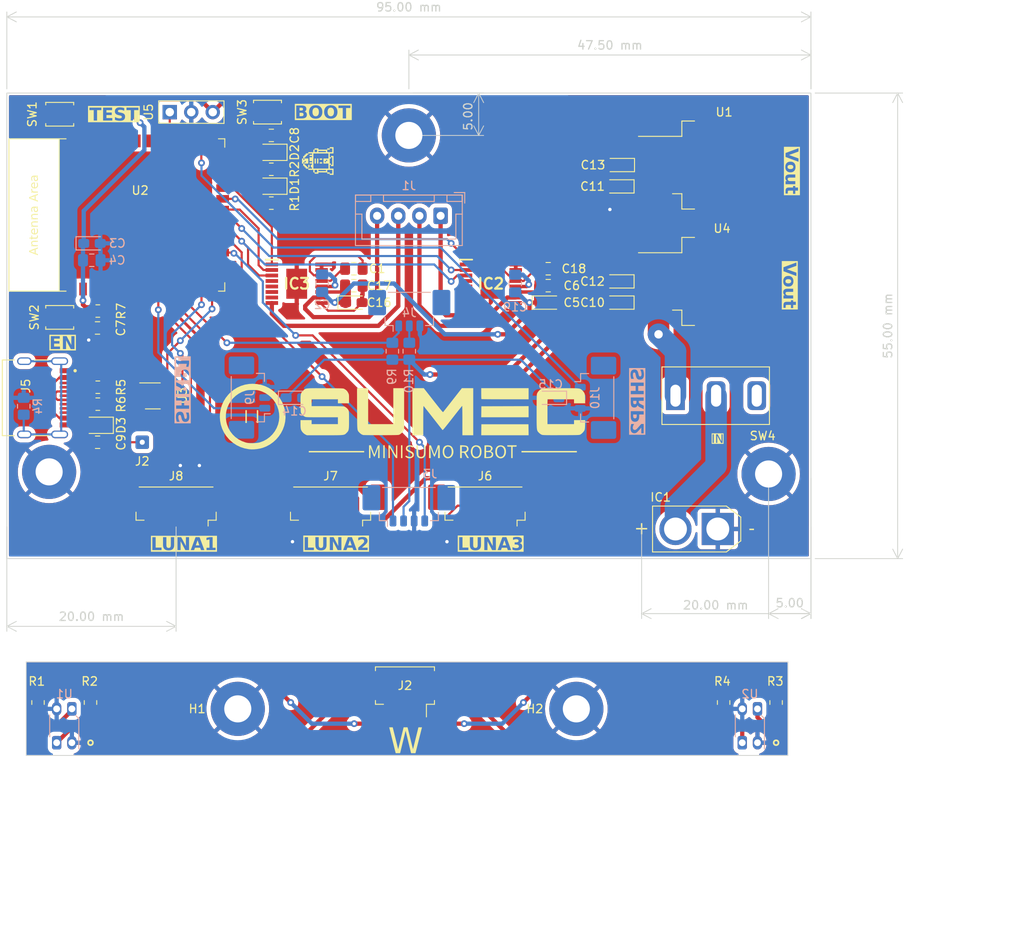
<source format=kicad_pcb>
(kicad_pcb (version 20221018) (generator pcbnew)
  (layers (0 "F.Cu" signal) (31 "B.Cu" signal) (34 "B.Paste" user) (35 "F.Paste" user) (36 "B.SilkS" user "B.Silkscreen") (37 "F.SilkS" user "F.Silkscreen") (38 "B.Mask" user) (39 "F.Mask" user) (44 "Edge.Cuts" user))
  (net 0 "")
  (net 1 "Net-(U1-A)")
  (net 2 "+3V3")
  (net 3 "QRE1113 A")
  (net 4 "Net-(U2-A)")
  (net 5 "QRE1113 B")
  (net 6 "GND")
  (footprint "MountingHole:MountingHole_3.2mm_M3_Pad" (layer "F.Cu") (at 117.25 114)
    (fp_text reference "H1")
    (fp_text value "M3")
  )
  (footprint "Resistor_SMD:R_0805_2012Metric_Pad1.20x1.40mm_HandSolder" (layer "F.Cu") (at 180.85 113.25 90)
    (fp_text reference "R3")
    (fp_text value "100")
  )
  (footprint "Connector_Molex:Molex_PicoBlade_53398-0671_1x06-1MP_P1.25mm_Vertical" (layer "F.Cu") (at 109.9625 90.5 180)
    (fp_text reference "J8")
    (fp_text value "Conn_01x06_Pin" hide)
  )
  (footprint "LED_SMD:LED_0805_2012Metric_Pad1.15x1.40mm_HandSolder" (layer "F.Cu") (at 121.2125 48.25 180)
    (fp_text reference "D2")
    (fp_text value "LED" hide)
  )
  (footprint "Resistor_SMD:R_0805_2012Metric_Pad1.20x1.40mm_HandSolder" (layer "F.Cu") (at 121.2125 54.25 180)
    (fp_text reference "R1")
    (fp_text value "220" hide)
  )
  (footprint "sumec-smdV2_library:DRV8874" (layer "F.Cu") (at 147.1505 63.775)
    (fp_text reference "IC2")
    (fp_text value "DRV8874PWPR" hide)
  )
  (footprint "Capacitor_SMD:C_0805_2012Metric_Pad1.18x1.45mm_HandSolder" (layer "F.Cu") (at 153.925 62 180)
    (fp_text reference "C18")
    (fp_text value "22nF.hb" hide)
  )
  (footprint "Package_TO_SOT_SMD:TO-263-3_TabPin2" (layer "F.Cu") (at 174.5375 49.75)
    (fp_text reference "U1")
    (fp_text value "LM1084-3.3" hide)
  )
  (footprint "sumec-smdV2_library:R2D2" (layer "F.Cu") (at 126.7125 49.25 90)
    (fp_text reference "R3" hide)
    (fp_text value "R" hide)
  )
  (footprint "sumec-smdV2_library:USB_Type_C" (layer "F.Cu") (at 92.0325 77.25 -90)
    (fp_text reference "J5")
    (fp_text value "TYPE-C-31-M-12" hide)
  )
  (footprint "MountingHole:MountingHole_3.2mm_M3_Pad" (layer "F.Cu") (at 94.9625 86)
    (fp_text reference "H1" hide)
    (fp_text value "MountingHole_Pad" hide)
  )
  (footprint "Connector_Molex:Molex_PicoBlade_53398-0671_1x06-1MP_P1.25mm_Vertical" (layer "F.Cu") (at 146.4625 90.5 180)
    (fp_text reference "J6")
    (fp_text value "Conn_01x06_Pin" hide)
  )
  (footprint "Resistor_SMD:R_0805_2012Metric_Pad1.20x1.40mm_HandSolder" (layer "F.Cu") (at 100.7125 67 180)
    (fp_text reference "R7")
    (fp_text value "10k.mcu" hide)
  )
  (footprint "Diode_SMD:D_0805_2012Metric_Pad1.15x1.40mm_HandSolder" (layer "F.Cu") (at 100.6875 80.5 180)
    (fp_text reference "D3")
    (fp_text value "D_Schottky" hide)
  )
  (footprint "LED_SMD:LED_0805_2012Metric_Pad1.15x1.40mm_HandSolder" (layer "F.Cu") (at 121.2125 52.25 180)
    (fp_text reference "D1")
    (fp_text value "LED" hide)
  )
  (footprint "MountingHole:MountingHole_3.2mm_M3_Pad" (layer "F.Cu") (at 157.25 114)
    (fp_text reference "H2")
    (fp_text value "M3")
  )
  (footprint "Button_Switch_SMD:SW_SPST_B3U-1000P" (layer "F.Cu") (at 96.2125 67.75)
    (fp_text reference "SW2")
    (fp_text value "SW_Push" hide)
  )
  (footprint "Connector_Wire:SolderWire-0.1sqmm_1x01_D0.4mm_OD1mm" (layer "F.Cu") (at 105.9625 82.5 90)
    (fp_text reference "J2")
    (fp_text value "Conn_01x01_Pin" hide)
  )
  (footprint "Capacitor_Tantalum_SMD:CP_EIA-2012-12_Kemet-R_Pad1.30x1.05mm_HandSolder" (layer "F.Cu") (at 162.1875 52.275 180)
    (fp_text reference "C11")
    (fp_text value "10uF.stabl" hide)
  )
  (footprint "Capacitor_Tantalum_SMD:CP_EIA-2012-12_Kemet-R_Pad1.30x1.05mm_HandSolder" (layer "F.Cu") (at 153.925 66)
    (fp_text reference "C5")
    (fp_text value "10uF.hb" hide)
  )
  (footprint "Button_Switch_SMD:SW_SPST_B3U-1000P" (layer "F.Cu") (at 120.7625 43.5)
    (fp_text reference "SW3")
    (fp_text value "SW_Push" hide)
  )
  (footprint "Capacitor_SMD:C_0805_2012Metric_Pad1.18x1.45mm_HandSolder" (layer "F.Cu") (at 130.9625 64 180)
    (fp_text reference "C17")
    (fp_text value "100nF.hb" hide)
  )
  (footprint "Package_TO_SOT_SMD:TO-263-3_TabPin2" (layer "F.Cu") (at 174.5375 63.5)
    (fp_text reference "U4")
    (fp_text value "LM1084-5.0" hide)
  )
  (footprint "Capacitor_Tantalum_SMD:CP_EIA-2012-12_Kemet-R_Pad1.30x1.05mm_HandSolder" (layer "F.Cu") (at 162.1875 63.5 180)
    (fp_text reference "C12")
    (fp_text value "10uF.stabl" hide)
  )
  (footprint "Resistor_SMD:R_0805_2012Metric_Pad1.20x1.40mm_HandSolder" (layer "F.Cu") (at 174.65 113.25 -90)
    (fp_text reference "R4")
    (fp_text value "10k")
  )
  (footprint "Capacitor_Tantalum_SMD:CP_EIA-2012-12_Kemet-R_Pad1.30x1.05mm_HandSolder" (layer "F.Cu") (at 162.2375 49.75 180)
    (fp_text reference "C13")
    (fp_text value "10uF.stabl" hide)
  )
  (footprint "Resistor_SMD:R_0805_2012Metric_Pad1.20x1.40mm_HandSolder" (layer "F.Cu") (at 121.2125 50.25 180)
    (fp_text reference "R2")
    (fp_text value "220" hide)
  )
  (footprint "Connector_Molex:Molex_PicoBlade_53261-0471_1x04-1MP_P1.25mm_Horizontal" (layer "F.Cu") (at 137 111.75 180)
    (fp_text reference "J2")
    (fp_text value "Conn_01x04_Pin")
  )
  (footprint "Capacitor_SMD:C_0805_2012Metric_Pad1.18x1.45mm_HandSolder" (layer "F.Cu") (at 153.925 64 180)
    (fp_text reference "C6")
    (fp_text value "100nF.hb" hide)
  )
  (footprint "sumec-smdV2_library:TSOP" (layer "F.Cu") (at 109.2125 43.5 90)
    (fp_text reference "U5")
    (fp_text value "TSOP382xx" hide)
  )
  (footprint "Capacitor_Tantalum_SMD:CP_EIA-2012-12_Kemet-R_Pad1.30x1.05mm_HandSolder" (layer "F.Cu") (at 130.9625 66)
    (fp_text reference "C16")
    (fp_text value "10uF.hb" hide)
  )
  (footprint "Resistor_SMD:R_0805_2012Metric_Pad1.20x1.40mm_HandSolder" (layer "F.Cu") (at 93.65 113.25 90)
    (fp_text reference "R1")
    (fp_text value "100")
  )
  (footprint "Capacitor_SMD:C_0805_2012Metric_Pad1.18x1.45mm_HandSolder" (layer "F.Cu") (at 100.6875 82.5 180)
    (fp_text reference "C9")
    (fp_text value "100nF" hide)
  )
  (footprint "sumec-smdV2_library:Logo" (layer "F.Cu") (at 135.824948 80.562642)
    (fp_text reference "R8" hide)
    (fp_text value "R" hide)
  )
  (footprint "Capacitor_Tantalum_SMD:CP_EIA-2012-12_Kemet-R_Pad1.30x1.05mm_HandSolder" (layer "F.Cu") (at 162.1875 66 180)
    (fp_text reference "C10")
    (fp_text value "10uF.stabl" hide)
  )
  (footprint "Capacitor_SMD:C_0805_2012Metric_Pad1.18x1.45mm_HandSolder" (layer "F.Cu") (at 130.9625 62 180)
    (fp_text reference "C1")
    (fp_text value "22nF.hb" hide)
  )
  (footprint "Resistor_SMD:R_0805_2012Metric_Pad1.20x1.40mm_HandSolder" (layer "F.Cu") (at 100.7125 76)
    (fp_text reference "R5")
    (fp_text value "15R" hide)
  )
  (footprint "Capacitor_SMD:C_0805_2012Metric_Pad1.18x1.45mm_HandSolder" (layer "F.Cu") (at 121.2125 46.25 180)
    (fp_text reference "C8")
    (fp_text value "100nF.boot" hide)
  )
  (footprint "MountingHole:MountingHole_3.2mm_M3_Pad" (layer "F.Cu") (at 179.9625 86.25 180)
    (fp_text reference "H2" hide)
    (fp_text value "MountingHole_Pad" hide)
  )
  (footprint "sumec-smdV2_library:XT30U-M_1x02_P5.0mm_Vertical" (layer "F.Cu") (at 173.9625 92.75 180)
    (fp_text reference "IC1")
    (fp_text value "XT30U-F" hide)
  )
  (footprint "Resistor_SMD:R_0805_2012Metric_Pad1.20x1.40mm_HandSolder" (layer "F.Cu") (at 100.7125 78)
    (fp_text reference "R6")
    (fp_text value "15R" hide)
  )
  (footprint "Button_Switch_SMD:SW_SPST_B3U-1000P" (layer "F.Cu") (at 96.2125 43.75 180)
    (fp_text reference "SW1")
    (fp_text value "SW_Push" hide)
  )
  (footprint "MountingHole:MountingHole_3.2mm_M3_Pad" (layer "F.Cu") (at 137.4625 46.25 180)
    (fp_text reference "H3" hide)
    (fp_text value "MountingHole_Pad" hide)
  )
  (footprint "Package_TO_SOT_SMD:TSOT-23-6_HandSoldering" (layer "F.Cu") (at 107.2125 77)
    (fp_text reference "U3")
    (fp_text value "USBLC6-2SC6" hide)
  )
  (footprint "Capacitor_SMD:C_0805_2012Metric_Pad1.18x1.45mm_HandSolder" (layer "F.Cu") (at 100.675 69 180)
    (fp_text reference "C7")
    (fp_text value "100nF.en" hide)
  )
  (footprint "PCM_Espressif:ESP32-S3-WROOM-1" (layer "F.Cu") (at 105.9625 55.65 90)
    (fp_text reference "U2")
    (fp_text value "ESP32-S3-WROOM-1" hide)
  )
  (footprint "sumec-smdV2_library:Custom_SPDT_4.8mm_Switch" (layer "F.Cu") (at 173.7625 77 90)
    (fp_text reference "SW4")
    (fp_text value "SW_DPDT_x2" hide)
  )
  (footprint "Resistor_SMD:R_0805_2012Metric_Pad1.20x1.40mm_HandSolder" (layer "F.Cu") (at 99.85 113.25 -90)
    (fp_text reference "R2")
    (fp_text value "10k")
  )
  (footprint "sumec-smdV2_library:DRV8874" (layer "F.Cu") (at 124.2125 63.775)
    (fp_text reference "IC3")
    (fp_text value "DRV8874PWPR" hide)
  )
  (footprint "Connector_Molex:Molex_PicoBlade_53398-0671_1x06-1MP_P1.25mm_Vertical" (layer "F.Cu") (at 128.2125 90.5 180)
    (fp_text reference "J7")
    (fp_text value "Conn_01x06_Pin" hide)
  )
  (footprint "Resistor_SMD:R_0805_2012Metric_Pad1.20x1.40mm_HandSolder" (layer "B.Cu") (at 137.5125 71.75 90)
    (fp_text reference "R10")
    (fp_text value "100" hide)
  )
  (footprint "Capacitor_SMD:C_0805_2012Metric_Pad1.18x1.45mm_HandSolder" (layer "B.Cu") (at 150.0265 63.75 90)
    (fp_text reference "C19")
    (fp_text value "220nF.hb" hide)
  )
  (footprint "qre_miniboard_library:OnSemi_CASE100AQ - QRE1113" (layer "B.Cu") (at 178.65 114 180)
    (fp_text reference "U2")
    (fp_text value "QRE1113" hide)
  )
  (footprint "Capacitor_SMD:C_0805_2012Metric_Pad1.18x1.45mm_HandSolder" (layer "B.Cu") (at 100 61)
    (fp_text reference "C4")
    (fp_text value "100nF.mcu" hide)
  )
  (footprint "qre_miniboard_library:OnSemi_CASE100AQ - QRE1113" (layer "B.Cu") (at 97.65 114 180)
    (fp_text reference "U1")
    (fp_text value "QRE1113" hide)
  )
  (footprint "Capacitor_Tantalum_SMD:CP_EIA-2012-12_Kemet-R_Pad1.30x1.05mm_HandSolder" (layer "B.Cu") (at 154.2125 77.25 180)
    (fp_text reference "C15")
    (fp_text value "10uF.shrp" hide)
  )
  (footprint "Connector_JST:JST_XH_B4B-XH-A_1x04_P2.50mm_Vertical" (layer "B.Cu") (at 141.2125 55.75 180)
    (fp_text reference "J1")
    (fp_text value "Conn_01x04_Pin" hide)
  )
  (footprint "Capacitor_Tantalum_SMD:CP_EIA-2012-12_Kemet-R_Pad1.30x1.05mm_HandSolder" (layer "B.Cu") (at 100.025 59)
    (fp_text reference "C3")
    (fp_text value "10uF.mcu" hide)
  )
  (footprint "Connector_Molex:Molex_PicoBlade_53398-0471_1x04-1MP_P1.25mm_Vertical" (layer "B.Cu") (at 137.4625 90.55)
    (fp_text reference "J3")
    (fp_text value "Conn_01x04_Pin" hide)
  )
  (footprint "Resistor_SMD:R_0805_2012Metric_Pad1.20x1.40mm_HandSolder" (layer "B.Cu") (at 91.9625 78.25 90)
    (fp_text reference "R4")
    (fp_text value "0R" hide)
  )
  (footprint "Resistor_SMD:R_0805_2012Metric_Pad1.20x1.40mm_HandSolder" (layer "B.Cu") (at 135.5125 71.75 90)
    (fp_text reference "R9")
    (fp_text value "10k" hide)
  )
  (footprint "Connector_Molex:Molex_PicoBlade_53398-0371_1x03-1MP_P1.25mm_Vertical" (layer "B.Cu") (at 158.9625 77.25 -90)
    (fp_text reference "J10")
    (fp_text value "Conn_01x03_Pin" hide)
  )
  (footprint "Capacitor_Tantalum_SMD:CP_EIA-2012-12_Kemet-R_Pad1.30x1.05mm_HandSolder" (layer "B.Cu") (at 123.9375 77.25)
    (fp_text reference "C14")
    (fp_text value "10uF.shrp" hide)
  )
  (footprint "Connector_Molex:Molex_PicoBlade_53398-0371_1x03-1MP_P1.25mm_Vertical" (layer "B.Cu") (at 137.5125 67.5)
    (fp_text reference "J4")
    (fp_text value "Conn_01x03_Pin" hide)
  )
  (footprint "Capacitor_SMD:C_0805_2012Metric_Pad1.18x1.45mm_HandSolder" (layer "B.Cu") (at 127.2125 63.7125 90)
    (fp_text reference "C2")
    (fp_text value "220nF.hb" hide)
  )
  (footprint "Connector_Molex:Molex_PicoBlade_53398-0371_1x03-1MP_P1.25mm_Vertical" (layer "B.Cu") (at 119.1875 77.225 90)
    (fp_text reference "J9")
    (fp_text value "Conn_01x03_Pin" hide)
  )
  (gr_circle (center 99.85 118) (end 100.132843 118) (stroke (width 0.2)) (fill none) (layer "F.SilkS"))
  (gr_circle (center 180.85 118) (end 181.132843 118) (stroke (width 0.2)) (fill none) (layer "F.SilkS"))
  (gr_rect (start 89.9625 41.25) (end 184.9625 96.25) (stroke (width 0.1)) (fill none) (layer "Edge.Cuts"))
  (gr_rect (start 92.25 108.45) (end 182.25 119.5) (stroke (width 0.1)) (fill none) (layer "Edge.Cuts"))
  (gr_text "SHRP1" (at 109.7125 80.25 270) (layer "B.SilkS" knockout) (effects (font (size 1.5 1.5) (thickness 0.3) bold) (justify left bottom mirror)))
  (gr_text "SHRP2" (at 165.4625 73.75 90) (layer "B.SilkS" knockout) (effects (font (size 1.5 1.5) (thickness 0.3) bold) (justify left bottom mirror)))
  (gr_text "Vout" (at 181.7125 47.75 -90) (layer "F.SilkS" knockout) (effects (font (size 1.5 1.5) (thickness 0.3) bold) (justify left bottom)))
  (gr_text "LUNA3" (at 143.2125 95.5) (layer "F.SilkS" knockout) (effects (font (size 1.5 1.5) (thickness 0.3) bold) (justify left bottom)))
  (gr_text "TEST" (at 99.7125 44.75) (layer "F.SilkS" knockout) (effects (font (size 1.5 1.5) (thickness 0.3) bold) (justify left bottom)))
  (gr_text "Vout" (at 181.4625 61.25 -90) (layer "F.SilkS" knockout) (effects (font (size 1.5 1.5) (thickness 0.3) bold) (justify left bottom)))
  (gr_text "EN" (at 94.9625 71.75) (layer "F.SilkS" knockout) (effects (font (size 1.5 1.5) (thickness 0.3) bold) (justify left bottom)))
  (gr_text "W" (at 135 119.75) (layer "F.SilkS") (effects (font (size 3 3)) (justify left bottom)))
  (gr_text "LUNA2" (at 124.9625 95.5) (layer "F.SilkS" knockout) (effects (font (size 1.5 1.5) (thickness 0.3) bold) (justify left bottom)))
  (gr_text "LUNA1" (at 106.9625 95.5) (layer "F.SilkS" knockout) (effects (font (size 1.5 1.5) (thickness 0.3) bold) (justify left bottom)))
  (gr_text "BOOT" (at 123.9625 44.5) (layer "F.SilkS" knockout) (effects (font (size 1.5 1.5) (thickness 0.3) bold) (justify left bottom)))
  (dimension (type aligned) (layer "Edge.Cuts") (pts (xy 179.9625 86.25) (xy 184.9625 86.25)) (height 16.5) (gr_text "5.00" (at 182.4625 101.5) (layer "Edge.Cuts") (effects (font (size 1 1) (thickness 0.15)))) (format (prefix "") (suffix "") (units 3) (units_format 0) (precision 2)) (style (thickness 0.1) (arrow_length 1.27) (text_position_mode 2) (extension_height 0.58642) (extension_offset 0.5) keep_text_aligned))
  (dimension (type aligned) (layer "Edge.Cuts") (pts (xy 109.9625 92) (xy 89.9625 92)) (height -12.25) (gr_text "20.00 mm" (at 99.9625 103.1) (layer "Edge.Cuts") (effects (font (size 1 1) (thickness 0.15)))) (format (prefix "") (suffix "") (units 3) (units_format 1) (precision 2)) (style (thickness 0.1) (arrow_length 1.27) (text_position_mode 0) (extension_height 0.58642) (extension_offset 0.5) keep_text_aligned))
  (dimension (type aligned) (layer "Edge.Cuts") (pts (xy 137.4625 41.25) (xy 137.4625 46.25)) (height -8.25) (gr_text "5.00" (at 144.4625 44 90) (layer "Edge.Cuts") (effects (font (size 1 1) (thickness 0.15)))) (format (prefix "") (suffix "") (units 3) (units_format 0) (precision 2)) (style (thickness 0.1) (arrow_length 1.27) (text_position_mode 2) (extension_height 0.58642) (extension_offset 0.5) keep_text_aligned))
  (dimension (type aligned) (layer "Edge.Cuts") (pts (xy 184.9625 41.25) (xy 184.9625 96.25)) (height -10.25) (gr_text "55.00 mm" (at 194.0625 68.75 90) (layer "Edge.Cuts") (effects (font (size 1 1) (thickness 0.15)))) (format (prefix "") (suffix "") (units 3) (units_format 1) (precision 2)) (style (thickness 0.1) (arrow_length 1.27) (text_position_mode 0) (extension_height 0.58642) (extension_offset 0.5) keep_text_aligned))
  (dimension (type aligned) (layer "Edge.Cuts") (pts (xy 89.9625 41.25) (xy 184.9625 41.25)) (height -9) (gr_text "95.00 mm" (at 137.4625 31.1) (layer "Edge.Cuts") (effects (font (size 1 1) (thickness 0.15)))) (format (prefix "") (suffix "") (units 3) (units_format 1) (precision 2)) (style (thickness 0.1) (arrow_length 1.27) (text_position_mode 0) (extension_height 0.58642) (extension_offset 0.5) keep_text_aligned))
  (dimension (type aligned) (layer "Edge.Cuts") (pts (xy 164.9625 92) (xy 184.9625 92)) (height 10.75) (gr_text "20.00 mm" (at 173.7125 101.75) (layer "Edge.Cuts") (effects (font (size 1 1) (thickness 0.15)))) (format (prefix "") (suffix "") (units 3) (units_format 1) (precision 2)) (style (thickness 0.1) (arrow_length 1.27) (text_position_mode 2) (extension_height 0.58642) (extension_offset 0.5) keep_text_aligned))
  (dimension (type aligned) (layer "Edge.Cuts") (pts (xy 184.9625 41.25) (xy 137.4625 41.25)) (height 4.5) (gr_text "47.50 mm" (at 161.2125 35.6) (layer "Edge.Cuts") (effects (font (size 1 1) (thickness 0.15)))) (format (prefix "") (suffix "") (units 3) (units_format 1) (precision 2)) (style (thickness 0.1) (arrow_length 1.27) (text_position_mode 0) (extension_height 0.58642) (extension_offset 0.5) keep_text_aligned))
  (segment (start 118.4625 59.5) (end 118.4625 61.5) (width 0.254) (layer "F.Cu") (net 0))
  (segment (start 100.7125 78.808001) (end 100.270501 79.25) (width 0.254) (layer "F.Cu") (net 0))
  (segment (start 121.2745 67.312) (end 122.7125 68.75) (width 0.508) (layer "F.Cu") (net 0))
  (segment (start 152.8875 64.75) (end 152.8875 65.9375) (width 1.27) (layer "F.Cu") (net 0))
  (segment (start 97.9125 70.45) (end 98.7125 71.25) (width 0.254) (layer "F.Cu") (net 0))
  (segment (start 120.1875 48.25) (end 119.2125 48.25) (width 0.254) (layer "F.Cu") (net 0))
  (segment (start 138.7125 66.375) (end 141.0875 68.75) (width 0.5) (layer "F.Cu") (net 0))
  (segment (start 129.2125 90) (end 130.0875 90.875) (width 0.254) (layer "F.Cu") (net 0))
  (segment (start 138.7125 55.75) (end 138.7125 66.375) (width 0.5) (layer "F.Cu") (net 0))
  (segment (start 111.8375 89.875) (end 111.8375 91.75) (width 0.254) (layer "F.Cu") (net 0))
  (segment (start 143.7125 67.5) (end 144.2125 67) (width 0.508) (layer "F.Cu") (net 0))
  (segment (start 98.7125 71.25) (end 100.4625 71.25) (width 0.254) (layer "F.Cu") (net 0))
  (segment (start 95.2125 78.682577) (end 96.179923 79.65) (width 0.254) (layer "F.Cu") (net 0))
  (segment (start 110.5875 89.125) (end 111.7125 88) (width 0.254) (layer "F.Cu") (net 0))
  (segment (start 96.7825 74.85) (end 96.179923 74.85) (width 0.254) (layer "F.Cu") (net 0))
  (segment (start 117.7125 58.75) (end 118.4625 59.5) (width 0.254) (layer "F.Cu") (net 0))
  (segment (start 133.7125 66.75) (end 133.7125 55.75) (width 0.5) (layer "F.Cu") (net 0))
  (segment (start 107.2125 77.5) (end 107.2125 79.5) (width 0.25) (layer "F.Cu") (net 0))
  (segment (start 144.2125 62.8) (end 143.1625 62.8) (width 0.254) (layer "F.Cu") (net 0))
  (segment (start 107.2125 79.5) (end 106.2125 80.5) (width 0.25) (layer "F.Cu") (net 0))
  (segment (start 101.9625 80.5) (end 101.725 80.2625) (width 0.25) (layer "F.Cu") (net 0))
  (segment (start 130.0875 92.875) (end 130.9625 93.75) (width 0.254) (layer "F.Cu") (net 0))
  (segment (start 166.9625 69.75) (end 166.9625 66.75) (width 2.54) (layer "F.Cu") (net 0))
  (segment (start 117.5275 49.935) (end 115.4625 49.935) (width 0.254) (layer "F.Cu") (net 0))
  (segment (start 152.8875 64) (end 152.8875 64.75) (width 1.27) (layer "F.Cu") (net 0))
  (segment (start 118.7125 52.25) (end 120.1875 52.25) (width 0.254) (layer "F.Cu") (net 0))
  (segment (start 110.4625 70.5) (end 108.9225 72.04) (width 0.254) (layer "F.Cu") (net 0))
  (segment (start 99.7125 76) (end 100.7125 77) (width 0.254) (layer "F.Cu") (net 0))
  (segment (start 126.2375 62.775) (end 127.1505 62.775) (width 0.254) (layer "F.Cu") (net 0))
  (segment (start 128.7125 66) (end 129.9875 66) (width 0.508) (layer "F.Cu") (net 0))
  (segment (start 126.4625 60.5) (end 125.7695 61.193) (width 0.254) (layer "F.Cu") (net 0))
  (segment (start 101.7125 76) (end 101.7625 76.05) (width 0.254) (layer "F.Cu") (net 0))
  (segment (start 148.7125 62.25) (end 148.7125 61.2635) (width 0.25) (layer "F.Cu") (net 0))
  (segment (start 97.6565 77) (end 96.7825 77) (width 0.254) (layer "F.Cu") (net 0))
  (segment (start 95.4625 43.75) (end 94.5125 43.75) (width 0.254) (layer "F.Cu") (net 0))
  (segment (start 132.748329 67.714171) (end 133.7125 66.75) (width 0.5) (layer "F.Cu") (net 0))
  (segment (start 127.1505 65.4) (end 126.2125 65.4) (width 0.5) (layer "F.Cu") (net 0))
  (segment (start 107.7125 77) (end 107.2125 77.5) (width 0.25) (layer "F.Cu") (net 0))
  (segment (start 106.2125 80.5) (end 101.9625 80.5) (width 0.25) (layer "F.Cu") (net 0))
  (segment (start 112.9425 49.48) (end 112.9425 46.9) (width 0.254) (layer "F.Cu") (net 0))
  (segment (start 95.7125 76.696) (end 95.7125 77.25) (width 0.254) (layer "F.Cu") (net 0))
  (segment (start 128.8375 94.375) (end 127.7125 95.5) (width 0.254) (layer "F.Cu") (net 0))
  (segment (start 116.6875 52.475) (end 115.4625 52.475) (width 0.254) (layer "F.Cu") (net 0))
  (segment (start 136.2125 66.40625) (end 136.2125 55.75) (width 0.508) (layer "F.Cu") (net 0))
  (segment (start 152.8875 62) (end 152.4625 62) (width 0.25) (layer "F.Cu") (net 0))
  (segment (start 100.270501 79.25) (end 98.9625 79.25) (width 0.254) (layer "F.Cu") (net 0))
  (segment (start 111.7125 70.25) (end 109.1325 67.67) (width 0.254) (layer "F.Cu") (net 0))
  (segment (start 116.5175 57.555) (end 115.4625 57.555) (width 0.254) (layer "F.Cu") (net 0))
  (segment (start 113.9625 87.75) (end 111.8375 89.875) (width 0.254) (layer "F.Cu") (net 0))
  (segment (start 110.7125 72.25) (end 110.7125 77.414) (width 0.254) (layer "F.Cu") (net 0))
  (segment (start 96.7825 76.5) (end 95.9085 76.5) (width 0.254) (layer "F.Cu") (net 0))
  (segment (start 141.0875 68.75) (end 145.747 68.75) (width 0.5) (layer "F.Cu") (net 0))
  (segment (start 121.2745 61.5) (end 121.2745 57.062) (width 0.254) (layer "F.Cu") (net 0))
  (segment (start 151.7125 66) (end 152.95 66) (width 0.508) (layer "F.Cu") (net 0))
  (segment (start 96.7825 78) (end 97.6565 78) (width 0.254) (layer "F.Cu") (net 0))
  (segment (start 119.2125 48.25) (end 117.5275 49.935) (width 0.254) (layer "F.Cu") (net 0))
  (segment (start 112.2125 95.5) (end 110.5875 93.875) (width 0.254) (layer "F.Cu") (net 0))
  (segment (start 147.0875 93.875) (end 145.4625 95.5) (width 0.254) (layer "F.Cu") (net 0))
  (segment (start 117.4775 55.015) (end 119.7125 57.25) (width 0.254) (layer "F.Cu") (net 0))
  (segment (start 110.4025 64.4) (end 110.4025 66.69) (width 0.254) (layer "F.Cu") (net 0))
  (segment (start 97.6065 79.65) (end 98.4565 80.5) (width 0.254) (layer "F.Cu") (net 0))
  (segment (start 98.2125 76.5) (end 99.7125 78) (width 0.254) (layer "F.Cu") (net 0))
  (segment (start 100.2425 45.896) (end 99.5965 45.25) (width 0.254) (layer "F.Cu") (net 0))
  (segment (start 148.3375 90.875) (end 148.3375 91.75) (width 0.254) (layer "F.Cu") (net 0))
  (segment (start 127.1505 64.75) (end 129.9875 64.75) (width 0.4) (layer "F.Cu") (net 0))
  (segment (start 118.4625 61.5) (end 119.7625 62.8) (width 0.254) (layer "F.Cu") (net 0))
  (segment (start 139.4625 93.75) (end 143.2125 90) (width 0.254) (layer "F.Cu") (net 0))
  (segment (start 122.4625 43.5) (end 120.9625 43.5) (width 0.254) (layer "F.Cu") (net 0))
  (segment (start 98.9625 79.25) (end 97.7125 78) (width 0.254) (layer "F.Cu") (net 0))
  (segment (start 112.9625 49.5) (end 112.9425 49.48) (width 0.254) (layer "F.Cu") (net 0))
  (segment (start 121.2745 57.062) (end 116.6875 52.475) (width 0.254) (layer "F.Cu") (net 0))
  (segment (start 97.6565 78) (end 97.9625 77.694) (width 0.254) (layer "F.Cu") (net 0))
  (segment (start 141.2125 55.75) (end 141.2125 66.875) (width 0.508) (layer "F.Cu") (net 0))
  (segment (start 126.176671 67.714171) (end 132.748329 67.714171) (width 0.5) (layer "F.Cu") (net 0))
  (segment (start 142.4625 62.15) (end 144.2125 62.15) (width 0.254) (layer "F.Cu") (net 0))
  (segment (start 141.2125 66.875) (end 141.8375 67.5) (width 0.508) (layer "F.Cu") (net 0))
  (segment (start 101.7125 67) (end 100.2425 65.53) (width 0.254) (layer "F.Cu") (net 0))
  (segment (start 113.9625 70.25) (end 113.9625 87.75) (width 0.254) (layer "F.Cu") (net 0))
  (segment (start 111.8375 91.75) (end 111.8375 92.625) (width 0.254) (layer "F.Cu") (net 0))
  (segment (start 128.225 63.425) (end 127.1505 63.425) (width 0.254) (layer "F.Cu") (net 0))
  (segment (start 130.0875 91.75) (end 130.0875 92.875) (width 0.254) (layer "F.Cu") (net 0))
  (segment (start 116.930072 53.745) (end 115.4625 53.745) (width 0.254) (layer "F.Cu") (net 0))
  (segment (start 110.7125 77.414) (end 110.1765 77.95) (width 0.254) (layer "F.Cu") (net 0))
  (segment (start 96.179923 74.85) (end 95.2125 75.817423) (width 0.254) (layer "F.Cu") (net 0))
  (segment (start 152.4625 62) (end 151.0125 63.45) (width 0.25) (layer "F.Cu") (net 0))
  (segment (start 115.4625 55.015) (end 117.4775 55.015) (width 0.254) (layer "F.Cu") (net 0))
  (segment (start 151.0125 63.45) (end 150.0885 63.45) (width 0.25) (layer "F.Cu") (net 0))
  (segment (start 111.6725 66.46) (end 111.6725 64.4) (width 0.254) (layer "F.Cu") (net 0))
  (segment (start 120.283 62.15) (end 121.2745 62.15) (width 0.254) (layer "F.Cu") (net 0))
  (segment (start 128.577426 64.1) (end 128.738 63.939426) (width 0.4) (layer "F.Cu") (net 0))
  (segment (start 101.725 82.5) (end 105.9625 82.5) (width 0.254) (layer "F.Cu") (net 0))
  (segment (start 96.179923 79.65) (end 96.7825 79.65) (width 0.254) (layer "F.Cu") (net 0))
  (segment (start 125.2125 66.75) (end 126.176671 67.714171) (width 0.5) (layer "F.Cu") (net 0))
  (segment (start 147.0875 91.75) (end 147.0875 93.875) (width 0.254) (layer "F.Cu") (net 0))
  (segment (start 145.4625 95.5) (end 129.9625 95.5) (width 0.254) (layer "F.Cu") (net 0))
  (segment (start 97.9625 77.306) (end 97.6565 77) (width 0.254) (layer "F.Cu") (net 0))
  (segment (start 109.1325 67.67) (end 109.1325 64.4) (width 0.254) (layer "F.Cu") (net 0))
  (segment (start 149.2625 62.8) (end 148.7125 62.25) (width 0.25) (layer "F.Cu") (net 0))
  (segment (start 99.5965 45.25) (end 96.9625 45.25) (width 0.254) (layer "F.Cu") (net 0))
  (segment (start 128.8375 94.375) (end 128.8375 94.125) (width 0.254) (layer "F.Cu") (net 0))
  (segment (start 101.725 80.2625) (end 101.725 82.25) (width 0.25) (layer "F.Cu") (net 0))
  (segment (start 101.7625 77.95) (end 105.5025 77.95) (width 0.254) (layer "F.Cu") (net 0))
  (segment (start 144.2125 67) (end 144.2125 66.05) (width 0.508) (layer "F.Cu") (net 0))
  (segment (start 101.7125 67) (end 101.7125 69) (width 0.254) (layer "F.Cu") (net 0))
  (segment (start 119.7125 61.5795) (end 120.283 62.15) (width 0.254) (layer "F.Cu") (net 0))
  (segment (start 148.3375 92.074896) (end 148.3375 91.75) (width 0.508) (layer "F.Cu") (net 0))
  (segment (start 95.9625 77.5) (end 96.7825 77.5) (width 0.254) (layer "F.Cu") (net 0))
  (segment (start 127.1505 64.1) (end 128.577426 64.1) (width 0.4) (layer "F.Cu") (net 0))
  (segment (start 144.2125 61.5) (end 144.2125 60.75) (width 0.254) (layer "F.Cu") (net 0))
  (segment (start 132 62) (end 132 61.0375) (width 0.254) (layer "F.Cu") (net 0))
  (segment (start 110.1765 77.95) (end 108.9225 77.95) (width 0.254) (layer "F.Cu") (net 0))
  (segment (start 143.1625 62.8) (end 142.4625 63.5) (width 0.254) (layer "F.Cu") (net 0))
  (segment (start 97.7125 78) (end 96.7825 78) (width 0.254) (layer "F.Cu") (net 0))
  (segment (start 130.0875 90.875) (end 130.0875 91.75) (width 0.254) (layer "F.Cu") (net 0))
  (segment (start 120.9625 43.5) (end 117.5625 46.9) (width 0.254) (layer "F.Cu") (net 0))
  (segment (start 149.476 60.5) (end 154.2125 60.5) (width 0.25) (layer "F.Cu") (net 0))
  (segment (start 112.9625 66.25) (end 112.9625 64.42) (width 0.254) (layer "F.Cu") (net 0))
  (segment (start 95.9085 76.5) (end 95.7125 76.696) (width 0.254) (layer "F.Cu") (net 0))
  (segment (start 141.8375 67.5) (end 143.7125 67.5) (width 0.508) (layer "F.Cu") (net 0))
  (segment (start 95.2125 75.817423) (end 95.2125 78.682577) (width 0.254) (layer "F.Cu") (net 0))
  (segment (start 97.9625 77.694) (end 97.9625 77.306) (width 0.254) (layer "F.Cu") (net 0))
  (segment (start 109.2125 46.82) (end 109.1325 46.9) (width 0.254) (layer "F.Cu") (net 0))
  (segment (start 101.7625 76.05) (end 105.5025 76.05) (width 0.254) (layer "F.Cu") (net 0))
  (segment (start 128.738 63.939426) (end 128.631426 64.046) (width 0.508) (layer "F.Cu") (net 0))
  (segment (start 117.7125 58.75) (end 116.5175 57.555) (width 0.254) (layer "F.Cu") (net 0))
  (segment (start 151.387098 64.1) (end 151.625269 63.861829) (width 0.4) (layer "F.Cu") (net 0))
  (segment (start 100.2425 46.9) (end 100.2425 45.896) (width 0.254) (layer "F.Cu") (net 0))
  (segment (start 110.4625 72) (end 110.7125 72.25) (width 0.254) (layer "F.Cu") (net 0))
  (segment (start 148.7125 61.2635) (end 149.476 60.5) (width 0.25) (layer "F.Cu") (net 0))
  (segment (start 129.65 61.75) (end 129.65 62) (width 0.254) (layer "F.Cu") (net 0))
  (segment (start 110.5875 93.875) (end 110.5875 89.125) (width 0.254) (layer "F.Cu") (net 0))
  (segment (start 122.2375 48.25) (end 122.2375 50.225) (width 0.254) (layer "F.Cu") (net 0))
  (segment (start 101.7125 78) (end 101.7625 77.95) (width 0.254) (layer "F.Cu") (net 0))
  (segment (start 96.7825 79.65) (end 97.6065 79.65) (width 0.254) (layer "F.Cu") (net 0))
  (segment (start 122.2125 54.25) (end 122.2125 52.275) (width 0.254) (layer "F.Cu") (net 0))
  (segment (start 122.4625 46.0375) (end 122.4625 43.5) (width 0.254) (layer "F.Cu") (net 0))
  (segment (start 125.7695 61.193) (end 125.7695 62.307) (width 0.254) (layer "F.Cu") (net 0))
  (segment (start 133.86875 68.75) (end 136.2125 66.40625) (width 0.508) (layer "F.Cu") (net 0))
  (segment (start 148.9625 69.75) (end 151.7125 67) (width 0.508) (layer "F.Cu") (net 0))
  (segment (start 119.7625 62.8) (end 121.2745 62.8) (width 0.254) (layer "F.Cu") (net 0))
  (segment (start 100.7125 77) (end 100.7125 78.808001) (width 0.254) (layer "F.Cu") (net 0))
  (segment (start 108.9225 72.04) (end 108.9225 76.05) (width 0.254) (layer "F.Cu") (net 0))
  (segment (start 111.7125 88) (end 111.7125 70.25) (width 0.254) (layer "F.Cu") (net 0))
  (segment (start 132 61.0375) (end 131.4625 60.5) (width 0.254) (layer "F.Cu") (net 0))
  (segment (start 129.9625 95.5) (end 128.8375 94.375) (width 0.254) (layer "F.Cu") (net 0))
  (segment (start 143.2125 90) (end 147.4625 90) (width 0.254) (layer "F.Cu") (net 0))
  (segment (start 112.9625 93.75) (end 121.2125 93.75) (width 0.254) (layer "F.Cu") (net 0))
  (segment (start 117.7125 57.25) (end 116.7475 56.285) (width 0.254) (layer "F.Cu") (net 0))
  (segment (start 122.2375 50.225) (end 122.2125 50.25) (width 0.254) (layer "F.Cu") (net 0))
  (segment (start 144.2125 60.75) (end 142.4625 59) (width 0.254) (layer "F.Cu") (net 0))
  (segment (start 130.9625 93.75) (end 139.4625 93.75) (width 0.254) (layer "F.Cu") (net 0))
  (segment (start 101.7125 70) (end 101.7125 69) (width 0.254) (layer "F.Cu") (net 0))
  (segment (start 154.2125 60.5) (end 154.9625 61.25) (width 0.25) (layer "F.Cu") (net 0))
  (segment (start 96.9625 45.25) (end 95.4625 43.75) (width 0.254) (layer "F.Cu") (net 0))
  (segment (start 147.4625 90) (end 148.3375 90.875) (width 0.254) (layer "F.Cu") (net 0))
  (segment (start 116.948786 53.763714) (end 116.930072 53.745) (width 0.254) (layer "F.Cu") (net 0))
  (segment (start 121.2125 93.75) (end 124.9625 90) (width 0.254) (layer "F.Cu") (net 0))
  (segment (start 149.097 65.4) (end 150.0885 65.4) (width 0.5) (layer "F.Cu") (net 0))
  (segment (start 125.2125 66.4) (end 125.2125 66.75) (width 0.5) (layer "F.Cu") (net 0))
  (segment (start 117.6675 51.205) (end 118.7125 52.25) (width 0.254) (layer "F.Cu") (net 0))
  (segment (start 97.9125 67.75) (end 97.9125 70.45) (width 0.254) (layer "F.Cu") (net 0))
  (segment (start 115.4625 51.205) (end 117.6675 51.205) (width 0.254) (layer "F.Cu") (net 0))
  (segment (start 116.7475 56.285) (end 115.4625 56.285) (width 0.254) (layer "F.Cu") (net 0))
  (segment (start 115.9625 70.75) (end 111.6725 66.46) (width 0.254) (layer "F.Cu") (net 0))
  (segment (start 107.8625 66.85) (end 107.8625 64.4) (width 0.254) (layer "F.Cu") (net 0))
  (segment (start 100.2425 65.53) (end 100.2425 64.4) (width 0.254) (layer "F.Cu") (net 0))
  (segment (start 152.8875 65.9375) (end 152.95 66) (width 1.27) (layer "F.Cu") (net 0))
  (segment (start 117.5625 46.9) (end 114.2125 46.9) (width 0.254) (layer "F.Cu") (net 0))
  (segment (start 124.9625 90) (end 129.2125 90) (width 0.254) (layer "F.Cu") (net 0))
  (segment (start 150.0885 64.75) (end 152.8875 64.75) (width 0.4) (layer "F.Cu") (net 0))
  (segment (start 154.9625 61.25) (end 154.9625 62) (width 0.25) (layer "F.Cu") (net 0))
  (segment (start 96.7825 76.5) (end 98.2125 76.5) (width 0.254) (layer "F.Cu") (net 0))
  (segment (start 109.2125 43.5) (end 109.2125 46.82) (width 0.254) (layer "F.Cu") (net 0))
  (segment (start 100.4625 71.25) (end 101.7125 70) (width 0.254) (layer "F.Cu") (net 0))
  (segment (start 131.4625 60.5) (end 126.4625 60.5) (width 0.254) (layer "F.Cu") (net 0))
  (segment (start 119.7125 57.25) (end 119.7125 61.5795) (width 0.254) (layer "F.Cu") (net 0))
  (segment (start 127.7125 95.5) (end 112.2125 95.5) (width 0.254) (layer "F.Cu") (net 0))
  (segment (start 126.2125 65.4) (end 125.2125 66.4) (width 0.5) (layer "F.Cu") (net 0))
  (segment (start 147.9625 69.75) (end 148.9625 69.75) (width 0.508) (layer "F.Cu") (net 0))
  (segment (start 95.7125 77.25) (end 95.9625 77.5) (width 0.254) (layer "F.Cu") (net 0))
  (segment (start 121.2745 66.05) (end 121.2745 67.312) (width 0.5) (layer "F.Cu") (net 0))
  (segment (start 125.7695 62.307) (end 126.2375 62.775) (width 0.254) (layer "F.Cu") (net 0))
  (segment (start 112.9625 64.42) (end 112.9425 64.4) (width 0.254) (layer "F.Cu") (net 0))
  (segment (start 111.8375 92.625) (end 112.9625 93.75) (width 0.254) (layer "F.Cu") (net 0))
  (segment (start 150.0885 64.1) (end 151.387098 64.1) (width 0.4) (layer "F.Cu") (net 0))
  (segment (start 145.747 68.75) (end 149.097 65.4) (width 0.5) (layer "F.Cu") (net 0))
  (segment (start 128.8375 94.125) (end 128.8375 91.75) (width 0.254) (layer "F.Cu") (net 0))
  (segment (start 129.9875 66) (end 129.973 65.9855) (width 1.27) (layer "F.Cu") (net 0))
  (segment (start 129.973 65.9855) (end 129.973 64) (width 1.27) (layer "F.Cu") (net 0))
  (segment (start 108.9225 77) (end 107.7125 77) (width 0.25) (layer "F.Cu") (net 0))
  (segment (start 150.0885 62.8) (end 149.2625 62.8) (width 0.25) (layer "F.Cu") (net 0))
  (segment (start 151.7125 67) (end 151.7125 66) (width 0.508) (layer "F.Cu") (net 0))
  (segment (start 110.4025 66.69) (end 113.9625 70.25) (width 0.254) (layer "F.Cu") (net 0))
  (segment (start 114.2125 66.75) (end 114.2125 64.4) (width 0.254) (layer "F.Cu") (net 0))
  (segment (start 122.25 46.25) (end 122.4625 46.0375) (width 0.254) (layer "F.Cu") (net 0))
  (segment (start 98.4565 80.5) (end 99.6625 80.5) (width 0.254) (layer "F.Cu") (net 0))
  (segment (start 122.7125 68.75) (end 133.86875 68.75) (width 0.508) (layer "F.Cu") (net 0))
  (segment (start 122.2125 52.275) (end 122.2375 52.25) (width 0.254) (layer "F.Cu") (net 0))
  (segment (start 129.65 62) (end 128.225 63.425) (width 0.254) (layer "F.Cu") (net 0))
  (via (at 128.738 63.939426) (size 0.8) (drill 0.4) (layers "F.Cu" "B.Cu") (net 0))
  (via (at 110.4625 72) (size 0.8) (drill 0.4) (layers "F.Cu" "B.Cu") (net 0))
  (via (at 142.4625 62.15) (size 0.8) (drill 0.4) (layers "F.Cu" "B.Cu") (net 0))
  (via (at 110.4625 70.5) (size 0.8) (drill 0.4) (layers "F.Cu" "B.Cu") (net 0))
  (via (at 116.948786 53.763714) (size 0.8) (drill 0.4) (layers "F.Cu" "B.Cu") (net 0))
  (via (at 166.9625 69.75) (size 2.54) (drill 1) (layers "F.Cu" "B.Cu") (net 0))
  (via (at 117.7125 58.75) (size 0.8) (drill 0.4) (layers "F.Cu" "B.Cu") (net 0))
  (via (at 112.9625 66.25) (size 0.8) (drill 0.4) (layers "F.Cu" "B.Cu") (net 0))
  (via (at 142.4625 59) (size 0.8) (drill 0.4) (layers "F.Cu" "B.Cu") (net 0))
  (via (at 114.2125 66.75) (size 0.8) (drill 0.4) (layers "F.Cu" "B.Cu") (net 0))
  (via (at 107.8625 66.85) (size 0.8) (drill 0.4) (layers "F.Cu" "B.Cu") (net 0))
  (via (at 151.7125 66) (size 0.8) (drill 0.4) (layers "F.Cu" "B.Cu") (net 0))
  (via (at 112.9625 49.5) (size 0.8) (drill 0.4) (layers "F.Cu" "B.Cu") (net 0))
  (via (at 128.7125 66) (size 0.8) (drill 0.4) (layers "F.Cu" "B.Cu") (net 0))
  (via (at 147.9625 69.75) (size 0.8) (drill 0.4) (layers "F.Cu" "B.Cu") (net 0))
  (via (at 151.625269 63.861829) (size 0.8) (drill 0.4) (layers "F.Cu" "B.Cu") (net 0))
  (via (at 115.9625 70.75) (size 0.8) (drill 0.4) (layers "F.Cu" "B.Cu") (net 0))
  (via (at 117.7125 57.25) (size 0.8) (drill 0.4) (layers "F.Cu" "B.Cu") (net 0))
  (via (at 142.4625 63.5) (size 0.8) (drill 0.4) (layers "F.Cu" "B.Cu") (net 0))
  (segment (start 96.2025 72.925) (end 96.3895 73.112) (width 0.254) (layer "B.Cu") (net 0))
  (segment (start 107.8625 71.9) (end 114.4375 78.475) (width 0.254) (layer "B.Cu") (net 0))
  (segment (start 96.2025 72.925) (end 92.0325 72.925) (width 0.254) (layer "B.Cu") (net 0))
  (segment (start 151.625269 63.412769) (end 151.625269 63.861829) (width 0.508) (layer "B.Cu") (net 0))
  (segment (start 117.7125 58.75) (end 120.4625 61.5) (width 0.254) (layer "B.Cu") (net 0))
  (segment (start 135.5125 70.325) (end 136.2625 69.575) (width 0.254) (layer "B.Cu") (net 0))
  (segment (start 91.9625 81.505) (end 92.0325 81.575) (width 0.254) (layer "B.Cu") (net 0))
  (segment (start 128.738 63.939426) (end 128.738 63.2755) (width 0.508) (layer "B.Cu") (net 0))
  (segment (start 107.8625 66.85) (end 107.8625 71.9) (width 0.254) (layer "B.Cu") (net 0))
  (segment (start 121.4625 59.5) (end 112.9625 51) (width 0.254) (layer "B.Cu") (net 0))
  (segment (start 157.7125 76) (end 141.2125 59.5) (width 0.254) (layer "B.Cu") (net 0))
  (segment (start 130.9625 63.75) (end 135.7125 63.75) (width 0.508) (layer "B.Cu") (net 0))
  (segment (start 173.7625 85.262995) (end 173.7625 77) (width 2.54) (layer "B.Cu") (net 0))
  (segment (start 137.5125 68.75) (end 137.5125 70.75) (width 0.254) (layer "B.Cu") (net 0))
  (segment (start 112.9625 51) (end 112.9625 49.5) (width 0.254) (layer "B.Cu") (net 0))
  (segment (start 120.9625 60.5) (end 140.8125 60.5) (width 0.254) (layer "B.Cu") (net 0))
  (segment (start 128.738 63.2755) (end 128.1375 62.675) (width 0.508) (layer "B.Cu") (net 0))
  (segment (start 92.0325 81.575) (end 96.2025 81.575) (width 0.254) (layer "B.Cu") (net 0))
  (segment (start 96.3895 73.112) (end 96.3895 81.388) (width 0.254) (layer "B.Cu") (net 0))
  (segment (start 150.0265 62.7125) (end 150.925 62.7125) (width 0.508) (layer "B.Cu") (net 0))
  (segment (start 135.7125 63.75) (end 141.7125 69.75) (width 0.508) (layer "B.Cu") (net 0))
  (segment (start 117.226214 53.763714) (end 121.9625 58.5) (width 0.254) (layer "B.Cu") (net 0))
  (segment (start 140.4625 61.5) (end 142.4625 63.5) (width 0.254) (layer "B.Cu") (net 0))
  (segment (start 128.7125 66) (end 130.9625 63.75) (width 0.508) (layer "B.Cu") (net 0))
  (segment (start 168.9625 92.75) (end 168.9625 90.062995) (width 2.54) (layer "B.Cu") (net 0))
  (segment (start 168.9625 77) (end 168.9625 71.75) (width 2.54) (layer "B.Cu") (net 0))
  (segment (start 128.1375 62.675) (end 127.2125 62.675) (width 0.508) (layer "B.Cu") (net 0))
  (segment (start 140.8125 60.5) (end 142.4625 62.15) (width 0.254) (layer "B.Cu") (net 0))
  (segment (start 141.2125 59.5) (end 121.4625 59.5) (width 0.254) (layer "B.Cu") (net 0))
  (segment (start 110.4625 72) (end 109.4855 71.023) (width 0.254) (layer "B.Cu") (net 0))
  (segment (start 168.9625 90.062995) (end 173.7625 85.262995) (width 2.54) (layer "B.Cu") (net 0))
  (segment (start 151.7125 66) (end 151.4625 66) (width 0.508) (layer "B.Cu") (net 0))
  (segment (start 109.4855 69.727) (end 112.9625 66.25) (width 0.254) (layer "B.Cu") (net 0))
  (segment (start 96.3895 81.388) (end 96.2025 81.575) (width 0.254) (layer "B.Cu") (net 0))
  (segment (start 128.4625 66) (end 127.2125 64.75) (width 0.508) (layer "B.Cu") (net 0))
  (segment (start 150.925 62.7125) (end 151.625269 63.412769) (width 0.508) (layer "B.Cu") (net 0))
  (segment (start 109.4855 71.023) (end 109.4855 69.727) (width 0.254) (layer "B.Cu") (net 0))
  (segment (start 91.9625 79.25) (end 91.9625 81.505) (width 0.254) (layer "B.Cu") (net 0))
  (segment (start 114.4375 78.475) (end 120.4375 78.475) (width 0.254) (layer "B.Cu") (net 0))
  (segment (start 115.9625 70.75) (end 135.5125 70.75) (width 0.254) (layer "B.Cu") (net 0))
  (segment (start 110.4625 70.5) (end 114.2125 66.75) (width 0.254) (layer "B.Cu") (net 0))
  (segment (start 135.5125 70.75) (end 135.5125 70.325) (width 0.254) (layer "B.Cu") (net 0))
  (segment (start 116.948786 53.763714) (end 117.226214 53.763714) (width 0.254) (layer "B.Cu") (net 0))
  (segment (start 141.9625 58.5) (end 142.4625 59) (width 0.254) (layer "B.Cu") (net 0))
  (segment (start 151.4625 66) (end 150.25 64.7875) (width 0.508) (layer "B.Cu") (net 0))
  (segment (start 141.7125 69.75) (end 147.9625 69.75) (width 0.508) (layer "B.Cu") (net 0))
  (segment (start 121.9625 58.5) (end 141.9625 58.5) (width 0.254) (layer "B.Cu") (net 0))
  (segment (start 128.7125 66) (end 128.4625 66) (width 0.508) (layer "B.Cu") (net 0))
  (segment (start 120.4625 61.5) (end 140.4625 61.5) (width 0.254) (layer "B.Cu") (net 0))
  (segment (start 117.7125 57.25) (end 120.9625 60.5) (width 0.254) (layer "B.Cu") (net 0))
  (segment (start 168.9625 71.75) (end 166.9625 69.75) (width 2.54) (layer "B.Cu") (net 0))
  (segment (start 136.2625 69.575) (end 136.2625 68.75) (width 0.254) (layer "B.Cu") (net 0))
  (segment (start 150.25 64.7875) (end 150.0265 64.7875) (width 0.508) (layer "B.Cu") (net 0))
  (segment (start 93.65 114.25) (end 93.65 114.9) (width 0.5) (layer "F.Cu") (net 1))
  (segment (start 97.65 114.175) (end 97.65 114) (width 0.5) (layer "F.Cu") (net 1))
  (segment (start 93.65 114.9) (end 94.5 115.75) (width 0.5) (layer "F.Cu") (net 1))
  (segment (start 94.5 115.75) (end 96.075 115.75) (width 0.5) (layer "F.Cu") (net 1))
  (segment (start 96.075 115.75) (end 97.65 114.175) (width 0.5) (layer "F.Cu") (net 1))
  (segment (start 137.625 114.119239) (end 137.625 113.65) (width 0.5) (layer "F.Cu") (net 2))
  (segment (start 161.9625 51) (end 160.4625 51) (width 0.508) (layer "F.Cu") (net 2))
  (segment (start 104.7125 43.75) (end 97.9125 43.75) (width 0.508) (layer "F.Cu") (net 2))
  (segment (start 137.625 114.625) (end 137.625 114.375) (width 0.5) (layer "F.Cu") (net 2))
  (segment (start 158.7125 52.75) (end 158.7125 64.75) (width 0.508) (layer "F.Cu") (net 2))
  (segment (start 112.7925 42) (end 114.2925 43.5) (width 0.508) (layer "F.Cu") (net 2))
  (segment (start 102.4625 42) (end 112.7925 42) (width 0.508) (layer "F.Cu") (net 2))
  (segment (start 104.1 109.75) (end 101.6 112.25) (width 0.5) (layer "F.Cu") (net 2))
  (segment (start 123.5 113.25) (end 120 109.75) (width 0.5) (layer "F.Cu") (net 2))
  (segment (start 136.75 115.75) (end 137.625 114.875) (width 0.5) (layer "F.Cu") (net 2))
  (segment (start 137.625 114.875) (end 137.625 114.625) (width 0.5) (layer "F.Cu") (net 2))
  (segment (start 97.9125 43.75) (end 100.7125 43.75) (width 0.508) (layer "F.Cu") (net 2))
  (segment (start 163.2125 49.75) (end 169.2125 49.75) (width 1.27) (layer "F.Cu") (net 2))
  (segment (start 98.9625 64.41) (end 98.9725 64.4) (width 0.508) (layer "F.Cu") (net 2))
  (segment (start 163.2125 49.75) (end 155.4625 42) (width 0.508) (layer "F.Cu") (net 2))
  (segment (start 105.7125 44.75) (end 104.7125 43.75) (width 0.508) (layer "F.Cu") (net 2))
  (segment (start 120 109.75) (end 104.1 109.75) (width 0.5) (layer "F.Cu") (net 2))
  (segment (start 163.2125 49.75) (end 161.9625 51) (width 0.508) (layer "F.Cu") (net 2))
  (segment (start 158.7125 64.75) (end 148.9625 74.5) (width 0.508) (layer "F.Cu") (net 2))
  (segment (start 98.9625 65.75) (end 98.9625 64.41) (width 0.508) (layer "F.Cu") (net 2))
  (segment (start 115.7925 42) (end 114.2925 43.5) (width 0.508) (layer "F.Cu") (net 2))
  (segment (start 155.4625 42) (end 115.7925 42) (width 0.508) (layer "F.Cu") (net 2))
  (segment (start 131 115.75) (end 136.75 115.75) (width 0.5) (layer "F.Cu") (net 2))
  (segment (start 174.65 112.25) (end 173.1 112.25) (width 0.5) (layer "F.Cu") (net 2))
  (segment (start 101.6 112.25) (end 99.85 112.25) (width 0.5) (layer "F.Cu") (net 2))
  (segment (start 154.5 109.75) (end 151 113.25) (width 0.5) (layer "F.Cu") (net 2))
  (segment (start 160.4625 51) (end 158.7125 52.75) (width 0.508) (layer "F.Cu") (net 2))
  (segment (start 144 115.75) (end 138.5 115.75) (width 0.5) (layer "F.Cu") (net 2))
  (segment (start 174.65 112.25) (end 180.85 112.25) (width 0.5) (layer "F.Cu") (net 2))
  (segment (start 170.6 109.75) (end 154.5 109.75) (width 0.5) (layer "F.Cu") (net 2))
  (segment (start 98.9625 65.75) (end 98.9625 66.25) (width 0.508) (layer "F.Cu") (net 2))
  (segment (start 148.9625 74.5) (end 139.9625 74.5) (width 0.508) (layer "F.Cu") (net 2))
  (segment (start 100.7125 43.75) (end 102.4625 42) (width 0.508) (layer "F.Cu") (net 2))
  (segment (start 138.5 115.75) (end 137.625 114.875) (width 0.5) (layer "F.Cu") (net 2))
  (segment (start 98.9625 66.25) (end 99.7125 67) (width 0.508) (layer "F.Cu") (net 2))
  (segment (start 137.625 114.375) (end 137.625 114.119239) (width 0.5) (layer "F.Cu") (net 2))
  (segment (start 99.85 112.25) (end 93.65 112.25) (width 0.5) (layer "F.Cu") (net 2))
  (segment (start 173.1 112.25) (end 170.6 109.75) (width 0.5) (layer "F.Cu") (net 2))
  (via (at 151 113.25) (size 0.8) (drill 0.4) (layers "F.Cu" "B.Cu") (net 2))
  (via (at 105.7125 44.75) (size 0.8) (drill 0.4) (layers "F.Cu" "B.Cu") (net 2))
  (via (at 98.9625 65.75) (size 0.8) (drill 0.4) (layers "F.Cu" "B.Cu") (net 2))
  (via (at 144 115.75) (size 0.8) (drill 0.4) (layers "F.Cu" "B.Cu") (net 2))
  (via (at 139.9625 74.5) (size 0.8) (drill 0.4) (layers "F.Cu" "B.Cu") (net 2))
  (via (at 123.5 113.25) (size 0.8) (drill 0.4) (layers "F.Cu" "B.Cu") (net 2))
  (via (at 131 115.75) (size 0.8) (drill 0.4) (layers "F.Cu" "B.Cu") (net 2))
  (segment (start 127.4625 72.75) (end 122.9625 77.25) (width 0.254) (layer "B.Cu") (net 2))
  (segment (start 148.5 115.75) (end 151 113.25) (width 0.5) (layer "B.Cu") (net 2))
  (segment (start 98.9625 59.0875) (end 98.9625 61) (width 0.508) (layer "B.Cu") (net 2))
  (segment (start 155.1875 77.25) (end 157.7125 77.25) (width 0.254) (layer "B.Cu") (net 2))
  (segment (start 106.2125 45.25) (end 106.2125 48) (width 0.508) (layer "B.Cu") (net 2))
  (segment (start 98.9625 61) (end 98.9625 65.75) (width 0.508) (layer "B.Cu") (net 2))
  (segment (start 105.7125 44.75) (end 106.2125 45.25) (width 0.508) (layer "B.Cu") (net 2))
  (segment (start 131 115.75) (end 126 115.75) (width 0.5) (layer "B.Cu") (net 2))
  (segment (start 126 115.75) (end 123.5 113.25) (width 0.5) (layer "B.Cu") (net 2))
  (segment (start 139.2625 74.5) (end 137.5125 72.75) (width 0.508) (layer "B.Cu") (net 2))
  (segment (start 120.4625 77.25) (end 120.4375 77.225) (width 0.254) (layer "B.Cu") (net 2))
  (segment (start 99.05 59) (end 98.9625 59.0875) (width 0.508) (layer "B.Cu") (net 2))
  (segment (start 144 115.75) (end 148.5 115.75) (width 0.5) (layer "B.Cu") (net 2))
  (segment (start 99.05 55.1625) (end 99.05 59) (width 0.508) (layer "B.Cu") (net 2))
  (segment (start 135.5125 72.75) (end 127.4625 72.75) (width 0.254) (layer "B.Cu") (net 2))
  (segment (start 137.5125 89.45) (end 137.5125 72.75) (width 0.254) (layer "B.Cu") (net 2))
  (segment (start 122.9625 77.25) (end 120.4625 77.25) (width 0.254) (layer "B.Cu") (net 2))
  (segment (start 150.6875 72.75) (end 155.1875 77.25) (width 0.254) (layer "B.Cu") (net 2))
  (segment (start 137.5125 72.75) (end 135.5125 72.75) (width 0.254) (layer "B.Cu") (net 2))
  (segment (start 139.9625 74.5) (end 139.2625 74.5) (width 0.508) (layer "B.Cu") (net 2))
  (segment (start 136.8375 91.8) (end 136.8375 90.125) (width 0.254) (layer "B.Cu") (net 2))
  (segment (start 136.8375 90.125) (end 137.5125 89.45) (width 0.254) (layer "B.Cu") (net 2))
  (segment (start 106.2125 48) (end 99.05 55.1625) (width 0.508) (layer "B.Cu") (net 2))
  (segment (start 137.5125 72.75) (end 150.6875 72.75) (width 0.254) (layer "B.Cu") (net 2))
  (segment (start 169.2125 52.29) (end 163.1775 52.29) (width 1.27) (layer "F.Cu") (net 3))
  (segment (start 116.788286 60.174214) (end 116.709072 60.095) (width 0.254) (layer "F.Cu") (net 3))
  (segment (start 121.525 86.6875) (end 116.4625 91.75) (width 0.508) (layer "F.Cu") (net 3))
  (segment (start 163.1625 61.75) (end 163.1625 63.5) (width 1.27) (layer "F.Cu") (net 3))
  (segment (start 149.5875 91.75) (end 149.5875 88.875) (width 0.508) (layer "F.Cu") (net 3))
  (segment (start 166.8875 52.29) (end 163.1625 56.015) (width 1.27) (layer "F.Cu") (net 3))
  (segment (start 160.4625 64.75) (end 149.5875 75.625) (width 0.508) (layer "F.Cu") (net 3))
  (segment (start 128.9 86.6875) (end 121.525 86.6875) (width 0.508) (layer "F.Cu") (net 3))
  (segment (start 166.8875 63.5) (end 164.9125 63.5) (width 1.27) (layer "F.Cu") (net 3))
  (segment (start 134.4625 91.75) (end 131.3375 91.75) (width 0.508) (layer "F.Cu") (net 3))
  (segment (start 162.2125 64.75) (end 160.4625 64.75) (width 0.508) (layer "F.Cu") (net 3))
  (segment (start 100.1 114.25) (end 99.85 114.25) (width 0.5) (layer "F.Cu") (net 3))
  (segment (start 149.5875 75.625) (end 149.5875 91.75) (width 0.508) (layer "F.Cu") (net 3))
  (segment (start 163.1775 52.29) (end 163.1625 52.275) (width 1.27) (layer "F.Cu") (net 3))
  (segment (start 163.1625 63.5) (end 168.9625 63.5) (width 1.27) (layer "F.Cu") (net 3))
  (segment (start 128.1 114.15) (end 124 118.25) (width 0.5) (layer "F.Cu") (net 3))
  (segment (start 135.125 114.15) (end 128.1 114.15) (width 0.5) (layer "F.Cu") (net 3))
  (segment (start 104.1 118.25) (end 100.1 114.25) (width 0.5) (layer "F.Cu") (net 3))
  (segment (start 116.709072 60.095) (end 115.4625 60.095) (width 0.254) (layer "F.Cu") (net 3))
  (segment (start 147.4625 86.75) (end 139.4625 86.75) (width 0.508) (layer "F.Cu") (net 3))
  (segment (start 139.4625 86.75) (end 134.4625 91.75) (width 0.508) (layer "F.Cu") (net 3))
  (segment (start 163.1625 56.015) (end 163.1625 61.75) (width 1.27) (layer "F.Cu") (net 3))
  (segment (start 163.1625 63.8) (end 162.2125 64.75) (width 0.508) (layer "F.Cu") (net 3))
  (segment (start 116.4625 91.75) (end 113.0875 91.75) (width 0.508) (layer "F.Cu") (net 3))
  (segment (start 131.3375 89.125) (end 128.9 86.6875) (width 0.508) (layer "F.Cu") (net 3))
  (segment (start 124.0875 69.875) (end 126.0875 69.875) (width 0.254) (layer "F.Cu") (net 3))
  (segment (start 124 118.25) (end 104.1 118.25) (width 0.5) (layer "F.Cu") (net 3))
  (segment (start 113.0875 91.75) (end 113.025 91.6875) (width 0.508) (layer "F.Cu") (net 3))
  (segment (start 149.5875 88.875) (end 147.4625 86.75) (width 0.508) (layer "F.Cu") (net 3))
  (segment (start 99.85 114.25) (end 99.6 114.25) (width 0.5) (layer "F.Cu") (net 3))
  (segment (start 126.0875 69.875) (end 138.7125 82.5) (width 0.254) (layer "F.Cu") (net 3))
  (segment (start 99.6 114.25) (end 95.85 118) (width 0.5) (layer "F.Cu") (net 3))
  (segment (start 131.3375 91.75) (end 131.3375 89.125) (width 0.508) (layer "F.Cu") (net 3))
  (segment (start 164.9125 63.5) (end 163.1625 61.75) (width 1.27) (layer "F.Cu") (net 3))
  (via (at 116.788286 60.174214) (size 0.8) (drill 0.4) (layers "F.Cu" "B.Cu") (net 3))
  (via (at 138.7125 82.5) (size 0.8) (drill 0.4) (layers "F.Cu" "B.Cu") (net 3))
  (via (at 124.0875 69.875) (size 0.8) (drill 0.4) (layers "F.Cu" "B.Cu") (net 3))
  (segment (start 120.2125 63.5) (end 116.886714 60.174214) (width 0.254) (layer "B.Cu") (net 3))
  (segment (start 116.886714 60.174214) (end 116.788286 60.174214) (width 0.254) (layer "B.Cu") (net 3))
  (segment (start 139.3375 83.125) (end 138.7125 82.5) (width 0.254) (layer "B.Cu") (net 3))
  (segment (start 124.0875 69.875) (end 120.2125 66) (width 0.254) (layer "B.Cu") (net 3))
  (segment (start 139.3375 91.8) (end 139.3375 83.125) (width 0.254) (layer "B.Cu") (net 3))
  (segment (start 120.2125 66) (end 120.2125 63.5) (width 0.254) (layer "B.Cu") (net 3))
  (segment (start 180.35 115.65) (end 179.3 115.65) (width 0.5) (layer "F.Cu") (net 4))
  (segment (start 180.85 114.25) (end 180.85 115.15) (width 0.5) (layer "F.Cu") (net 4))
  (segment (start 178.65 115) (end 178.65 114) (width 0.5) (layer "F.Cu") (net 4))
  (segment (start 178.65 114) (end 178.65 113.8) (width 0.5) (layer "F.Cu") (net 4))
  (segment (start 180.85 115.15) (end 180.35 115.65) (width 0.5) (layer "F.Cu") (net 4))
  (segment (start 179.3 115.65) (end 178.65 115) (width 0.5) (layer "F.Cu") (net 4))
  (segment (start 174.65 114.25) (end 176.85 116.45) (width 0.5) (layer "F.Cu") (net 5))
  (segment (start 127.2125 74.75) (end 117.7125 65.25) (width 0.254) (layer "F.Cu") (net 5))
  (segment (start 170.65 118.25) (end 150.3875 118.25) (width 0.5) (layer "F.Cu") (net 5))
  (segment (start 116.4665 58.825) (end 115.4625 58.825) (width 0.254) (layer "F.Cu") (net 5))
  (segment (start 146.2875 114.15) (end 138.875 114.15) (width 0.5) (layer "F.Cu") (net 5))
  (segment (start 174.65 114.25) (end 170.65 118.25) (width 0.5) (layer "F.Cu") (net 5))
  (segment (start 117.7125 65.25) (end 117.7125 60.071) (width 0.254) (layer "F.Cu") (net 5))
  (segment (start 117.7125 60.071) (end 116.4665 58.825) (width 0.254) (layer "F.Cu") (net 5))
  (segment (start 150.3875 118.25) (end 146.2875 114.15) (width 0.5) (layer "F.Cu") (net 5))
  (segment (start 176.85 116.45) (end 176.85 118) (width 0.5) (layer "F.Cu") (net 5))
  (via (at 127.2125 74.75) (size 0.8) (drill 0.4) (layers "F.Cu" "B.Cu") (net 5))
  (segment (start 135.5875 83.125) (end 135.5875 91.8) (width 0.254) (layer "B.Cu") (net 5))
  (segment (start 127.2125 74.75) (end 135.5875 83.125) (width 0.254) (layer "B.Cu") (net 5))
  (segment (start 141.9625 94.25) (end 144.4625 94.25) (width 0.25) (layer "F.Cu") (net 6))
  (segment (start 120.2125 54.5) (end 121.4625 55.75) (width 0.254) (layer "F.Cu") (net 6))
  (segment (start 110.4625 85.25) (end 108.0875 87.625) (width 0.25) (layer "F.Cu") (net 6))
  (segment (start 132 65.9375) (end 131.9375 66) (width 0.254) (layer "F.Cu") (net 6))
  (segment (start 127.1505 66.188) (end 127.9245 66.962) (width 0.254) (layer "F.Cu") (net 6))
  (segment (start 127.5875 92.84375) (end 127.5875 91.71875) (width 0.25) (layer "F.Cu") (net 6))
  (segment (start 145.8375 92.875) (end 145.8375 91.5625) (width 0.25) (layer "F.Cu") (net 6))
  (segment (start 121.2125 53.25) (end 120.2125 54.25) (width 0.254) (layer "F.Cu") (net 6))
  (segment (start 120.2125 50.25) (end 121.2125 51.25) (width 0.254) (layer "F.Cu") (net 6))
  (segment (start 109.3375 91.75) (end 108.0875 91.75) (width 0.254) (layer "F.Cu") (net 6))
  (segment (start 144.5875 91.75) (end 145.8375 91.75) (width 0.254) (layer "F.Cu") (net 6))
  (segment (start 127.1505 66.05) (end 127.1505 66.188) (width 0.254) (layer "F.Cu") (net 6))
  (segment (start 154.9 64.0625) (end 154.9625 64) (width 0.254) (layer "F.Cu") (net 6))
  (segment (start 130.9755 66.962) (end 131.9375 66) (width 0.254) (layer "F.Cu") (net 6))
  (segment (start 99.6375 70.425) (end 99.6375 69) (width 0.254) (layer "F.Cu") (net 6))
  (segment (start 132 64) (end 132 65.9375) (width 0.254) (layer "F.Cu") (net 6))
  (segment (start 161.2125 52.275) (end 161.2125 55) (width 0.254) (layer "F.Cu") (net 6))
  (segment (start 123.7125 94.25) (end 126.18125 94.25) (width 0.25) (layer "F.Cu") (net 6))
  (segment (start 120.2125 54.25) (end 120.2125 54.5) (width 0.254) (layer "F.Cu") (net 6))
  (segment (start 121.2125 51.25) (end 121.2125 53.25) (width 0.254) (layer "F.Cu") (net 6))
  (segment (start 108.0875 87.625) (end 108.0875 91.75) (width 0.25) (layer "F.Cu") (net 6))
  (segment (start 126.3375 91.75) (end 127.5875 91.75) (width 0.254) (layer "F.Cu") (net 6))
  (segment (start 154.9 66) (end 154.9 64.0625) (width 0.254) (layer "F.Cu") (net 6))
  (segment (start 126.18125 94.25) (end 127.5875 92.84375) (width 0.25) (layer "F.Cu") (net 6))
  (segment (start 127.9245 66.962) (end 130.9755 66.962) (width 0.254) (layer "F.Cu") (net 6))
  (segment (start 144.4625 94.25) (end 145.8375 92.875) (width 0.25) (layer "F.Cu") (net 6))
  (segment (start 127.5875 91.71875) (end 127.7125 91.59375) (width 0.25) (layer "F.Cu") (net 6))
  (via (at 123.7125 94.25) (size 0.8) (drill 0.4) (layers "F.Cu" "B.Cu") (net 6))
  (via (at 99.6375 70.425) (size 0.8) (drill 0.4) (layers "F.Cu" "B.Cu") (net 6))
  (via (at 110.4625 85.25) (size 0.8) (drill 0.4) (layers "F.Cu" "B.Cu") (net 6))
  (via (at 161.2125 55) (size 0.8) (drill 0.4) (layers "F.Cu" "B.Cu") (net 6))
  (via (at 112.7125 85.25) (size 0.8) (drill 0.4) (layers "F.Cu" "B.Cu") (net 6))
  (via (at 141.9625 94.25) (size 0.8) (drill 0.4) (layers "F.Cu" "B.Cu") (net 6))
  (segment (start 112.7125 85.25) (end 110.4625 85.25) (width 0.25) (layer "B.Cu") (net 6))
  (zone (net 0) (net_name "") (layer "F.Cu") (priority 1) (connect_pads yes (clearance 0.5)) (min_thickness 0.25) (fill yes (thermal_gap 0.5) (thermal_bridge_width 0.5) (smoothing fillet))
    (polygon (pts (xy 169.4625 65.25) (xy 169.4625 67.75) (xy 162.2125 67.75) (xy 162.2125 65.25)))
  )
  (zone (net 6) (net_name "GND") (layers "F&B.Cu") (connect_pads (clearance 0.5)) (min_thickness 0.25) (fill yes (thermal_gap 0.5) (thermal_bridge_width 0.5))
    (polygon (pts (xy 184.9625 96.25) (xy 89.9625 96.25) (xy 89.9625 41.25) (xy 184.9625 41.25)))
  )
  (zone (net 6) (net_name "GND") (layers "F&B.Cu") (connect_pads (clearance 0.5)) (min_thickness 0.25) (fill yes (thermal_gap 0.5) (thermal_bridge_width 0.5))
    (polygon (pts (xy 182.25 119.5) (xy 92.25 119.5) (xy 92.25 108.5) (xy 182.25 108.5)))
  )
)
</source>
